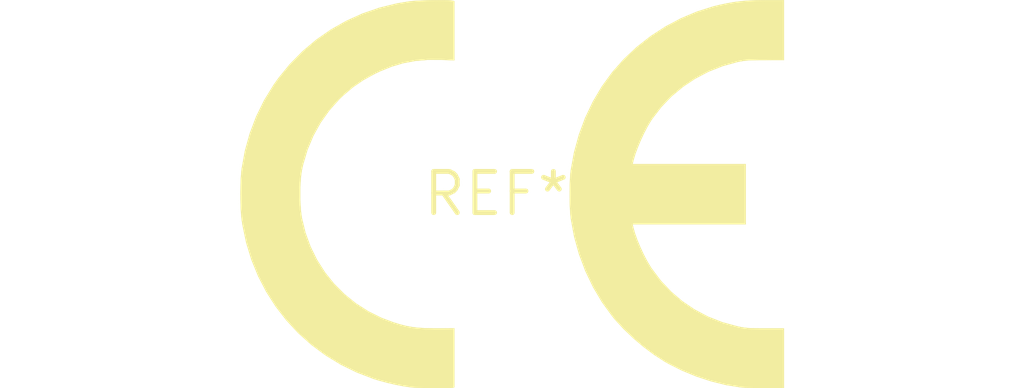
<source format=kicad_pcb>
(kicad_pcb (version 20240108) (generator pcbnew)
  (layers (0 "F.Cu" signal) (31 "B.Cu" signal) (34 "B.Paste" user) (35 "F.Paste" user) (36 "B.SilkS" user "B.Silkscreen") (37 "F.SilkS" user "F.Silkscreen") (38 "B.Mask" user) (39 "F.Mask" user) (44 "Edge.Cuts" user))
  (net 0 "")
  (footprint "CE-Logo_16.8x12mm_SilkScreen" (layer "F.Cu") (at 0 0)
    (property "Reference" "REF**")
    (property "Value" "CE-Logo_16.8x12mm_SilkScreen")
    (fp_poly (pts (xy -2.099753 -5.96919) (xy -1.972116 -5.965904) (xy -1.879812 -5.960025) (xy -1.839536 -5.953805) (xy -1.780619 -5.938016) (xy -1.780619 -4.116063) (xy -2.195368 -4.130456) (xy -2.610711 -4.129934) (xy -2.995082 -4.096563) (xy -3.360157 -4.027893) (xy -3.71761 -3.921474) (xy -4.079116 -3.774855) (xy -4.228969 -3.703662) (xy -4.586348 -3.507508) (xy -4.908275 -3.287107) (xy -5.209928 -3.031603) (xy -5.327263 -2.918191) (xy -5.637308 -2.571491) (xy -5.905538 -2.194104) (xy -6.130608 -1.788581) (xy -6.311171 -1.357473) (xy -6.445885 -0.903332) (xy -6.485788 -0.720103) (xy -6.509835 -0.553744) (xy -6.52589 -0.349886) (xy -6.533969 -0.122789) (xy -6.534084 0.113289) (xy -6.52625 0.344091) (xy -6.51048 0.555358) (xy -6.48679 0.732833) (xy -6.48434 0.746288) (xy -6.373784 1.19903) (xy -6.216646 1.630941) (xy -6.015476 2.039115) (xy -5.772823 2.420642) (xy -5.491237 2.772616) (xy -5.173269 3.092128) (xy -4.821466 3.376269) (xy -4.43838 3.622132) (xy -4.02656 3.826809) (xy -3.663366 3.963782) (xy -3.459213 4.026296) (xy -3.271706 4.073823) (xy -3.088093 4.108135) (xy -2.895625 4.131001) (xy -2.681551 4.144193) (xy -2.433121 4.149481) (xy -2.323969 4.149783) (xy -1.780619 4.149153) (xy -1.780619 5.964201) (xy -1.839536 5.97999) (xy -1.889812 5.985924) (xy -1.982834 5.990011) (xy -2.109011 5.992345) (xy -2.258755 5.99302) (xy -2.422474 5.992131) (xy -2.59058 5.989773) (xy -2.753483 5.98604) (xy -2.901593 5.981025) (xy -3.025321 5.974825) (xy -3.115076 5.967533) (xy -3.116083 5.967419) (xy -3.339753 5.934861) (xy -3.592324 5.8861) (xy -3.854525 5.825485) (xy -4.107085 5.757362) (xy -4.267577 5.707619) (xy -4.791198 5.507625) (xy -5.287475 5.264191) (xy -5.754448 4.979683) (xy -6.190159 4.656469) (xy -6.592647 4.296917) (xy -6.959954 3.903393) (xy -7.290121 3.478264) (xy -7.581187 3.023898) (xy -7.831195 2.542661) (xy -8.038185 2.036922) (xy -8.200196 1.509047) (xy -8.315272 0.961404) (xy -8.341434 0.785567) (xy -8.358172 0.61778) (xy -8.36969 0.411945) (xy -8.375986 0.182123) (xy -8.377061 -0.057625) (xy -8.372914 -0.293237) (xy -8.363547 -0.510652) (xy -8.348958 -0.695807) (xy -8.341434 -0.759382) (xy -8.240642 -1.31885) (xy -8.091306 -1.859402) (xy -7.893932 -2.379783) (xy -7.64903 -2.878739) (xy -7.357107 -3.355017) (xy -7.201084 -3.57433) (xy -6.848205 -4.004837) (xy -6.460239 -4.397503) (xy -6.039888 -4.750748) (xy -5.589853 -5.062993) (xy -5.112836 -5.332657) (xy -4.611536 -5.558161) (xy -4.088656 -5.737924) (xy -3.546896 -5.870367) (xy -3.169228 -5.932576) (xy -3.065361 -5.943112) (xy -2.929053 -5.952137) (xy -2.769984 -5.959497) (xy -2.597838 -5.965037) (xy -2.422296 -5.968602) (xy -2.25304 -5.970038) (xy -2.099753 -5.96919)) (layer "F.SilkS") (stroke (width 0.01)) (fill solid))
    (fp_poly (pts (xy 8.379385 -4.124227) (xy 7.796754 -4.123654) (xy 7.594906 -4.122813) (xy 7.435259 -4.120264) (xy 7.307655 -4.115303) (xy 7.201933 -4.107224) (xy 7.107935 -4.095323) (xy 7.0155 -4.078894) (xy 6.948399 -4.064787) (xy 6.493457 -3.939456) (xy 6.059346 -3.768719) (xy 5.649554 -3.554951) (xy 5.267569 -3.30053) (xy 4.916881 -3.007831) (xy 4.600979 -2.679231) (xy 4.323351 -2.317105) (xy 4.274582 -2.243729) (xy 4.172053 -2.071616) (xy 4.067343 -1.87087) (xy 3.966357 -1.655027) (xy 3.874999 -1.437621) (xy 3.799175 -1.232187) (xy 3.744788 -1.052262) (xy 3.732726 -1.001598) (xy 3.714189 -0.916495) (xy 7.201031 -0.916495) (xy 7.201031 0.94268) (xy 3.714189 0.94268) (xy 3.732726 1.027783) (xy 3.78233 1.208632) (xy 3.856532 1.418167) (xy 3.949233 1.642645) (xy 4.054331 1.868323) (xy 4.165726 2.081458) (xy 4.277317 2.268306) (xy 4.296034 2.296716) (xy 4.580555 2.675711) (xy 4.899629 3.015846) (xy 5.25128 3.315788) (xy 5.633535 3.574207) (xy 6.044419 3.789772) (xy 6.481957 3.961152) (xy 6.944175 4.087015) (xy 6.95546 4.089445) (xy 7.05954 4.110428) (xy 7.155382 4.126048) (xy 7.253659 4.137063) (xy 7.365044 4.144236) (xy 7.500208 4.148328) (xy 7.669825 4.150099) (xy 7.809845 4.150366) (xy 8.379381 4.15032) (xy 8.379381 5.996495) (xy 7.809845 5.993097) (xy 7.627791 5.991013) (xy 7.450177 5.987166) (xy 7.288395 5.98194) (xy 7.153839 5.975716) (xy 7.057903 5.968877) (xy 7.043917 5.967419) (xy 6.597748 5.895774) (xy 6.138826 5.782518) (xy 5.679687 5.631902) (xy 5.232862 5.448179) (xy 4.810885 5.235599) (xy 4.700431 5.172392) (xy 4.376722 4.96363) (xy 4.048259 4.717946) (xy 3.72802 4.446544) (xy 3.428981 4.160625) (xy 3.16412 3.871392) (xy 3.09178 3.783801) (xy 2.772466 3.34518) (xy 2.49273 2.874811) (xy 2.254565 2.377415) (xy 2.059964 1.857715) (xy 1.910919 1.320431) (xy 1.809422 0.770287) (xy 1.804385 0.733196) (xy 1.79063 0.591344) (xy 1.780865 0.411803) (xy 1.775093 0.207684) (xy 1.773317 -0.0079) (xy 1.775543 -0.221837) (xy 1.781773 -0.421017) (xy 1.79201 -0.592326) (xy 1.803974 -0.707011) (xy 1.906815 -1.270972) (xy 2.055725 -1.816371) (xy 2.249351 -2.340006) (xy 2.486343 -2.838675) (xy 2.765347 -3.309175) (xy 3.085011 -3.748305) (xy 3.09178 -3.756708) (xy 3.448636 -4.15844) (xy 3.842815 -4.527525) (xy 4.269473 -4.860936) (xy 4.723764 -5.155645) (xy 5.200844 -5.408625) (xy 5.695869 -5.616847) (xy 6.203994 -5.777286) (xy 6.402545 -5.825775) (xy 6.647813 -5.876906) (xy 6.875777 -5.915199) (xy 7.101072 -5.94214) (xy 7.338329 -5.959211) (xy 7.602184 -5.967897) (xy 7.822938 -5.969798) (xy 8.379381 -5.970309) (xy 8.379385 -4.124227)) (layer "F.SilkS") (stroke (width 0.01)) (fill solid))
  )
)
</source>
